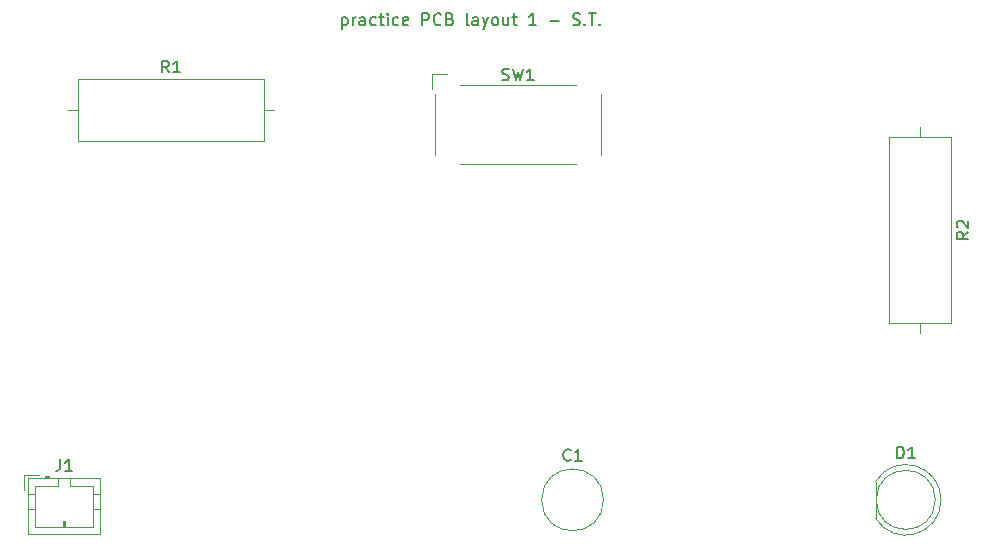
<source format=gbr>
%TF.GenerationSoftware,KiCad,Pcbnew,(6.0.10)*%
%TF.CreationDate,2023-02-17T09:23:00-08:00*%
%TF.ProjectId,PCB layout,50434220-6c61-4796-9f75-742e6b696361,rev?*%
%TF.SameCoordinates,Original*%
%TF.FileFunction,Legend,Top*%
%TF.FilePolarity,Positive*%
%FSLAX46Y46*%
G04 Gerber Fmt 4.6, Leading zero omitted, Abs format (unit mm)*
G04 Created by KiCad (PCBNEW (6.0.10)) date 2023-02-17 09:23:00*
%MOMM*%
%LPD*%
G01*
G04 APERTURE LIST*
%ADD10C,0.150000*%
%ADD11C,0.120000*%
G04 APERTURE END LIST*
D10*
X113555238Y-40425714D02*
X113555238Y-41425714D01*
X113555238Y-40473333D02*
X113650476Y-40425714D01*
X113840952Y-40425714D01*
X113936190Y-40473333D01*
X113983809Y-40520952D01*
X114031428Y-40616190D01*
X114031428Y-40901904D01*
X113983809Y-40997142D01*
X113936190Y-41044761D01*
X113840952Y-41092380D01*
X113650476Y-41092380D01*
X113555238Y-41044761D01*
X114460000Y-41092380D02*
X114460000Y-40425714D01*
X114460000Y-40616190D02*
X114507619Y-40520952D01*
X114555238Y-40473333D01*
X114650476Y-40425714D01*
X114745714Y-40425714D01*
X115507619Y-41092380D02*
X115507619Y-40568571D01*
X115460000Y-40473333D01*
X115364761Y-40425714D01*
X115174285Y-40425714D01*
X115079047Y-40473333D01*
X115507619Y-41044761D02*
X115412380Y-41092380D01*
X115174285Y-41092380D01*
X115079047Y-41044761D01*
X115031428Y-40949523D01*
X115031428Y-40854285D01*
X115079047Y-40759047D01*
X115174285Y-40711428D01*
X115412380Y-40711428D01*
X115507619Y-40663809D01*
X116412380Y-41044761D02*
X116317142Y-41092380D01*
X116126666Y-41092380D01*
X116031428Y-41044761D01*
X115983809Y-40997142D01*
X115936190Y-40901904D01*
X115936190Y-40616190D01*
X115983809Y-40520952D01*
X116031428Y-40473333D01*
X116126666Y-40425714D01*
X116317142Y-40425714D01*
X116412380Y-40473333D01*
X116698095Y-40425714D02*
X117079047Y-40425714D01*
X116840952Y-40092380D02*
X116840952Y-40949523D01*
X116888571Y-41044761D01*
X116983809Y-41092380D01*
X117079047Y-41092380D01*
X117412380Y-41092380D02*
X117412380Y-40425714D01*
X117412380Y-40092380D02*
X117364761Y-40140000D01*
X117412380Y-40187619D01*
X117460000Y-40140000D01*
X117412380Y-40092380D01*
X117412380Y-40187619D01*
X118317142Y-41044761D02*
X118221904Y-41092380D01*
X118031428Y-41092380D01*
X117936190Y-41044761D01*
X117888571Y-40997142D01*
X117840952Y-40901904D01*
X117840952Y-40616190D01*
X117888571Y-40520952D01*
X117936190Y-40473333D01*
X118031428Y-40425714D01*
X118221904Y-40425714D01*
X118317142Y-40473333D01*
X119126666Y-41044761D02*
X119031428Y-41092380D01*
X118840952Y-41092380D01*
X118745714Y-41044761D01*
X118698095Y-40949523D01*
X118698095Y-40568571D01*
X118745714Y-40473333D01*
X118840952Y-40425714D01*
X119031428Y-40425714D01*
X119126666Y-40473333D01*
X119174285Y-40568571D01*
X119174285Y-40663809D01*
X118698095Y-40759047D01*
X120364761Y-41092380D02*
X120364761Y-40092380D01*
X120745714Y-40092380D01*
X120840952Y-40140000D01*
X120888571Y-40187619D01*
X120936190Y-40282857D01*
X120936190Y-40425714D01*
X120888571Y-40520952D01*
X120840952Y-40568571D01*
X120745714Y-40616190D01*
X120364761Y-40616190D01*
X121936190Y-40997142D02*
X121888571Y-41044761D01*
X121745714Y-41092380D01*
X121650476Y-41092380D01*
X121507619Y-41044761D01*
X121412380Y-40949523D01*
X121364761Y-40854285D01*
X121317142Y-40663809D01*
X121317142Y-40520952D01*
X121364761Y-40330476D01*
X121412380Y-40235238D01*
X121507619Y-40140000D01*
X121650476Y-40092380D01*
X121745714Y-40092380D01*
X121888571Y-40140000D01*
X121936190Y-40187619D01*
X122698095Y-40568571D02*
X122840952Y-40616190D01*
X122888571Y-40663809D01*
X122936190Y-40759047D01*
X122936190Y-40901904D01*
X122888571Y-40997142D01*
X122840952Y-41044761D01*
X122745714Y-41092380D01*
X122364761Y-41092380D01*
X122364761Y-40092380D01*
X122698095Y-40092380D01*
X122793333Y-40140000D01*
X122840952Y-40187619D01*
X122888571Y-40282857D01*
X122888571Y-40378095D01*
X122840952Y-40473333D01*
X122793333Y-40520952D01*
X122698095Y-40568571D01*
X122364761Y-40568571D01*
X124269523Y-41092380D02*
X124174285Y-41044761D01*
X124126666Y-40949523D01*
X124126666Y-40092380D01*
X125079047Y-41092380D02*
X125079047Y-40568571D01*
X125031428Y-40473333D01*
X124936190Y-40425714D01*
X124745714Y-40425714D01*
X124650476Y-40473333D01*
X125079047Y-41044761D02*
X124983809Y-41092380D01*
X124745714Y-41092380D01*
X124650476Y-41044761D01*
X124602857Y-40949523D01*
X124602857Y-40854285D01*
X124650476Y-40759047D01*
X124745714Y-40711428D01*
X124983809Y-40711428D01*
X125079047Y-40663809D01*
X125460000Y-40425714D02*
X125698095Y-41092380D01*
X125936190Y-40425714D02*
X125698095Y-41092380D01*
X125602857Y-41330476D01*
X125555238Y-41378095D01*
X125460000Y-41425714D01*
X126460000Y-41092380D02*
X126364761Y-41044761D01*
X126317142Y-40997142D01*
X126269523Y-40901904D01*
X126269523Y-40616190D01*
X126317142Y-40520952D01*
X126364761Y-40473333D01*
X126460000Y-40425714D01*
X126602857Y-40425714D01*
X126698095Y-40473333D01*
X126745714Y-40520952D01*
X126793333Y-40616190D01*
X126793333Y-40901904D01*
X126745714Y-40997142D01*
X126698095Y-41044761D01*
X126602857Y-41092380D01*
X126460000Y-41092380D01*
X127650476Y-40425714D02*
X127650476Y-41092380D01*
X127221904Y-40425714D02*
X127221904Y-40949523D01*
X127269523Y-41044761D01*
X127364761Y-41092380D01*
X127507619Y-41092380D01*
X127602857Y-41044761D01*
X127650476Y-40997142D01*
X127983809Y-40425714D02*
X128364761Y-40425714D01*
X128126666Y-40092380D02*
X128126666Y-40949523D01*
X128174285Y-41044761D01*
X128269523Y-41092380D01*
X128364761Y-41092380D01*
X129983809Y-41092380D02*
X129412380Y-41092380D01*
X129698095Y-41092380D02*
X129698095Y-40092380D01*
X129602857Y-40235238D01*
X129507619Y-40330476D01*
X129412380Y-40378095D01*
X131174285Y-40711428D02*
X131936190Y-40711428D01*
X133126666Y-41044761D02*
X133269523Y-41092380D01*
X133507619Y-41092380D01*
X133602857Y-41044761D01*
X133650476Y-40997142D01*
X133698095Y-40901904D01*
X133698095Y-40806666D01*
X133650476Y-40711428D01*
X133602857Y-40663809D01*
X133507619Y-40616190D01*
X133317142Y-40568571D01*
X133221904Y-40520952D01*
X133174285Y-40473333D01*
X133126666Y-40378095D01*
X133126666Y-40282857D01*
X133174285Y-40187619D01*
X133221904Y-40140000D01*
X133317142Y-40092380D01*
X133555238Y-40092380D01*
X133698095Y-40140000D01*
X134126666Y-40997142D02*
X134174285Y-41044761D01*
X134126666Y-41092380D01*
X134079047Y-41044761D01*
X134126666Y-40997142D01*
X134126666Y-41092380D01*
X134460000Y-40092380D02*
X135031428Y-40092380D01*
X134745714Y-41092380D02*
X134745714Y-40092380D01*
X135364761Y-40997142D02*
X135412380Y-41044761D01*
X135364761Y-41092380D01*
X135317142Y-41044761D01*
X135364761Y-40997142D01*
X135364761Y-41092380D01*
%TO.C,J1*%
X89691666Y-77832380D02*
X89691666Y-78546666D01*
X89644047Y-78689523D01*
X89548809Y-78784761D01*
X89405952Y-78832380D01*
X89310714Y-78832380D01*
X90691666Y-78832380D02*
X90120238Y-78832380D01*
X90405952Y-78832380D02*
X90405952Y-77832380D01*
X90310714Y-77975238D01*
X90215476Y-78070476D01*
X90120238Y-78118095D01*
%TO.C,SW1*%
X127126666Y-45714761D02*
X127269523Y-45762380D01*
X127507619Y-45762380D01*
X127602857Y-45714761D01*
X127650476Y-45667142D01*
X127698095Y-45571904D01*
X127698095Y-45476666D01*
X127650476Y-45381428D01*
X127602857Y-45333809D01*
X127507619Y-45286190D01*
X127317142Y-45238571D01*
X127221904Y-45190952D01*
X127174285Y-45143333D01*
X127126666Y-45048095D01*
X127126666Y-44952857D01*
X127174285Y-44857619D01*
X127221904Y-44810000D01*
X127317142Y-44762380D01*
X127555238Y-44762380D01*
X127698095Y-44810000D01*
X128031428Y-44762380D02*
X128269523Y-45762380D01*
X128460000Y-45048095D01*
X128650476Y-45762380D01*
X128888571Y-44762380D01*
X129793333Y-45762380D02*
X129221904Y-45762380D01*
X129507619Y-45762380D02*
X129507619Y-44762380D01*
X129412380Y-44905238D01*
X129317142Y-45000476D01*
X129221904Y-45048095D01*
%TO.C,D1*%
X160551904Y-77772380D02*
X160551904Y-76772380D01*
X160790000Y-76772380D01*
X160932857Y-76820000D01*
X161028095Y-76915238D01*
X161075714Y-77010476D01*
X161123333Y-77200952D01*
X161123333Y-77343809D01*
X161075714Y-77534285D01*
X161028095Y-77629523D01*
X160932857Y-77724761D01*
X160790000Y-77772380D01*
X160551904Y-77772380D01*
X162075714Y-77772380D02*
X161504285Y-77772380D01*
X161790000Y-77772380D02*
X161790000Y-76772380D01*
X161694761Y-76915238D01*
X161599523Y-77010476D01*
X161504285Y-77058095D01*
%TO.C,R2*%
X166592380Y-58586666D02*
X166116190Y-58920000D01*
X166592380Y-59158095D02*
X165592380Y-59158095D01*
X165592380Y-58777142D01*
X165640000Y-58681904D01*
X165687619Y-58634285D01*
X165782857Y-58586666D01*
X165925714Y-58586666D01*
X166020952Y-58634285D01*
X166068571Y-58681904D01*
X166116190Y-58777142D01*
X166116190Y-59158095D01*
X165687619Y-58205714D02*
X165640000Y-58158095D01*
X165592380Y-58062857D01*
X165592380Y-57824761D01*
X165640000Y-57729523D01*
X165687619Y-57681904D01*
X165782857Y-57634285D01*
X165878095Y-57634285D01*
X166020952Y-57681904D01*
X166592380Y-58253333D01*
X166592380Y-57634285D01*
%TO.C,R1*%
X98893333Y-45092380D02*
X98560000Y-44616190D01*
X98321904Y-45092380D02*
X98321904Y-44092380D01*
X98702857Y-44092380D01*
X98798095Y-44140000D01*
X98845714Y-44187619D01*
X98893333Y-44282857D01*
X98893333Y-44425714D01*
X98845714Y-44520952D01*
X98798095Y-44568571D01*
X98702857Y-44616190D01*
X98321904Y-44616190D01*
X99845714Y-45092380D02*
X99274285Y-45092380D01*
X99560000Y-45092380D02*
X99560000Y-44092380D01*
X99464761Y-44235238D01*
X99369523Y-44330476D01*
X99274285Y-44378095D01*
%TO.C,C1*%
X132913333Y-77887142D02*
X132865714Y-77934761D01*
X132722857Y-77982380D01*
X132627619Y-77982380D01*
X132484761Y-77934761D01*
X132389523Y-77839523D01*
X132341904Y-77744285D01*
X132294285Y-77553809D01*
X132294285Y-77410952D01*
X132341904Y-77220476D01*
X132389523Y-77125238D01*
X132484761Y-77030000D01*
X132627619Y-76982380D01*
X132722857Y-76982380D01*
X132865714Y-77030000D01*
X132913333Y-77077619D01*
X133865714Y-77982380D02*
X133294285Y-77982380D01*
X133580000Y-77982380D02*
X133580000Y-76982380D01*
X133484761Y-77125238D01*
X133389523Y-77220476D01*
X133294285Y-77268095D01*
D11*
%TO.C,J1*%
X86965000Y-80780000D02*
X87575000Y-80780000D01*
X90125000Y-83080000D02*
X90125000Y-83580000D01*
X93085000Y-84190000D02*
X93085000Y-79470000D01*
X87575000Y-83580000D02*
X92475000Y-83580000D01*
X87915000Y-79170000D02*
X86665000Y-79170000D01*
X87575000Y-80080000D02*
X87575000Y-83580000D01*
X88725000Y-79470000D02*
X88725000Y-79270000D01*
X86965000Y-79470000D02*
X86965000Y-84190000D01*
X89925000Y-83580000D02*
X89925000Y-83080000D01*
X89525000Y-80080000D02*
X87575000Y-80080000D01*
X89925000Y-83080000D02*
X90125000Y-83080000D01*
X92475000Y-83580000D02*
X92475000Y-80080000D01*
X90525000Y-80080000D02*
X90525000Y-79470000D01*
X93085000Y-79470000D02*
X86965000Y-79470000D01*
X88725000Y-79370000D02*
X88425000Y-79370000D01*
X86665000Y-79170000D02*
X86665000Y-80420000D01*
X86965000Y-82080000D02*
X87575000Y-82080000D01*
X88725000Y-79270000D02*
X88425000Y-79270000D01*
X89525000Y-79470000D02*
X89525000Y-80080000D01*
X86965000Y-84190000D02*
X93085000Y-84190000D01*
X90025000Y-83580000D02*
X90025000Y-83080000D01*
X88425000Y-79270000D02*
X88425000Y-79470000D01*
X92475000Y-80080000D02*
X90525000Y-80080000D01*
X93085000Y-80780000D02*
X92475000Y-80780000D01*
X93085000Y-82080000D02*
X92475000Y-82080000D01*
%TO.C,SW1*%
X123510000Y-46160000D02*
X133410000Y-46160000D01*
X121160000Y-45210000D02*
X122460000Y-45210000D01*
X121160000Y-46510000D02*
X121160000Y-45210000D01*
X121460000Y-52110000D02*
X121460000Y-46910000D01*
X133410000Y-52860000D02*
X123510000Y-52860000D01*
X135460000Y-46910000D02*
X135460000Y-52110000D01*
%TO.C,D1*%
X158730000Y-79735000D02*
X158730000Y-82825000D01*
X164280000Y-81280462D02*
G75*
G03*
X158730000Y-79735170I-2990000J462D01*
G01*
X158730000Y-82824830D02*
G75*
G03*
X164280000Y-81279538I2560000J1544830D01*
G01*
X163790000Y-81280000D02*
G75*
G03*
X163790000Y-81280000I-2500000J0D01*
G01*
%TO.C,R2*%
X165140000Y-66290000D02*
X165140000Y-50550000D01*
X165140000Y-50550000D02*
X159900000Y-50550000D01*
X162520000Y-67140000D02*
X162520000Y-66290000D01*
X159900000Y-50550000D02*
X159900000Y-66290000D01*
X159900000Y-66290000D02*
X165140000Y-66290000D01*
X162520000Y-49700000D02*
X162520000Y-50550000D01*
%TO.C,R1*%
X107780000Y-48260000D02*
X106930000Y-48260000D01*
X106930000Y-50880000D02*
X106930000Y-45640000D01*
X106930000Y-45640000D02*
X91190000Y-45640000D01*
X90340000Y-48260000D02*
X91190000Y-48260000D01*
X91190000Y-50880000D02*
X106930000Y-50880000D01*
X91190000Y-45640000D02*
X91190000Y-50880000D01*
%TO.C,C1*%
X135700000Y-81280000D02*
G75*
G03*
X135700000Y-81280000I-2620000J0D01*
G01*
%TD*%
M02*

</source>
